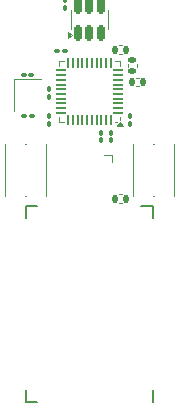
<source format=gbr>
%TF.GenerationSoftware,KiCad,Pcbnew,8.99.0-unknown-77b1d367df~178~ubuntu23.10.1*%
%TF.CreationDate,2024-11-14T21:45:02-05:00*%
%TF.ProjectId,nRF54L15Dongle,6e524635-344c-4313-9544-6f6e676c652e,rev?*%
%TF.SameCoordinates,Original*%
%TF.FileFunction,Legend,Top*%
%TF.FilePolarity,Positive*%
%FSLAX46Y46*%
G04 Gerber Fmt 4.6, Leading zero omitted, Abs format (unit mm)*
G04 Created by KiCad (PCBNEW 8.99.0-unknown-77b1d367df~178~ubuntu23.10.1) date 2024-11-14 21:45:02*
%MOMM*%
%LPD*%
G01*
G04 APERTURE LIST*
G04 Aperture macros list*
%AMRoundRect*
0 Rectangle with rounded corners*
0 $1 Rounding radius*
0 $2 $3 $4 $5 $6 $7 $8 $9 X,Y pos of 4 corners*
0 Add a 4 corners polygon primitive as box body*
4,1,4,$2,$3,$4,$5,$6,$7,$8,$9,$2,$3,0*
0 Add four circle primitives for the rounded corners*
1,1,$1+$1,$2,$3*
1,1,$1+$1,$4,$5*
1,1,$1+$1,$6,$7*
1,1,$1+$1,$8,$9*
0 Add four rect primitives between the rounded corners*
20,1,$1+$1,$2,$3,$4,$5,0*
20,1,$1+$1,$4,$5,$6,$7,0*
20,1,$1+$1,$6,$7,$8,$9,0*
20,1,$1+$1,$8,$9,$2,$3,0*%
G04 Aperture macros list end*
%ADD10C,0.150000*%
%ADD11C,0.120000*%
%ADD12C,0.400000*%
%ADD13R,0.400000X0.500000*%
%ADD14C,0.990600*%
%ADD15C,0.787400*%
%ADD16RoundRect,0.100000X0.130000X0.100000X-0.130000X0.100000X-0.130000X-0.100000X0.130000X-0.100000X0*%
%ADD17R,0.650000X1.050000*%
%ADD18RoundRect,0.150000X0.150000X-0.512500X0.150000X0.512500X-0.150000X0.512500X-0.150000X-0.512500X0*%
%ADD19RoundRect,0.100000X0.100000X-0.130000X0.100000X0.130000X-0.100000X0.130000X-0.100000X-0.130000X0*%
%ADD20RoundRect,0.100000X-0.100000X0.130000X-0.100000X-0.130000X0.100000X-0.130000X0.100000X0.130000X0*%
%ADD21RoundRect,0.140000X0.170000X-0.140000X0.170000X0.140000X-0.170000X0.140000X-0.170000X-0.140000X0*%
%ADD22RoundRect,0.100000X-0.130000X-0.100000X0.130000X-0.100000X0.130000X0.100000X-0.130000X0.100000X0*%
%ADD23R,0.380000X1.000000*%
%ADD24R,0.700000X1.150000*%
%ADD25R,0.800000X0.900000*%
%ADD26RoundRect,0.140000X-0.140000X-0.170000X0.140000X-0.170000X0.140000X0.170000X-0.140000X0.170000X0*%
%ADD27RoundRect,0.140000X0.140000X0.170000X-0.140000X0.170000X-0.140000X-0.170000X0.140000X-0.170000X0*%
%ADD28RoundRect,0.062500X0.350000X0.062500X-0.350000X0.062500X-0.350000X-0.062500X0.350000X-0.062500X0*%
%ADD29RoundRect,0.062500X0.062500X0.350000X-0.062500X0.350000X-0.062500X-0.350000X0.062500X-0.350000X0*%
%ADD30R,3.600000X3.600000*%
G04 APERTURE END LIST*
D10*
%TO.C,U4*%
X164600000Y-84600000D02*
X165600000Y-84600000D01*
X164600000Y-85600000D02*
X164600000Y-84600000D01*
X164600000Y-101200000D02*
X164600000Y-100200000D01*
X165600000Y-101200000D02*
X164600000Y-101200000D01*
X175400000Y-84600000D02*
X174400000Y-84600000D01*
X175400000Y-85600000D02*
X175400000Y-84600000D01*
X175400000Y-100200000D02*
X175400000Y-101200000D01*
D11*
%TO.C,J1*%
X171270000Y-80230000D02*
X171905000Y-80230000D01*
X171905000Y-80230000D02*
X171905000Y-80865000D01*
%TO.C,SW2*%
X162850000Y-79300000D02*
X162850000Y-83700000D01*
X164650000Y-79300000D02*
X164550000Y-79300000D01*
X164650000Y-83700000D02*
X164550000Y-83700000D01*
X166350000Y-83700000D02*
X166350000Y-79300000D01*
%TO.C,U3*%
X168440000Y-68800000D02*
X168440000Y-68000000D01*
X168440000Y-68800000D02*
X168440000Y-69600000D01*
X171560000Y-68800000D02*
X171560000Y-68000000D01*
X171560000Y-68800000D02*
X171560000Y-69600000D01*
X168490000Y-70100000D02*
X168160000Y-70340000D01*
X168160000Y-69860000D01*
X168490000Y-70100000D01*
G36*
X168490000Y-70100000D02*
G01*
X168160000Y-70340000D01*
X168160000Y-69860000D01*
X168490000Y-70100000D01*
G37*
%TO.C,C12*%
X173270000Y-72817836D02*
X173270000Y-72602164D01*
X173990000Y-72817836D02*
X173990000Y-72602164D01*
%TO.C,SW1*%
X173650000Y-79300000D02*
X173650000Y-83700000D01*
X175450000Y-79300000D02*
X175350000Y-79300000D01*
X175450000Y-83700000D02*
X175350000Y-83700000D01*
X177150000Y-83700000D02*
X177150000Y-79300000D01*
%TO.C,Y3*%
X163610000Y-73850000D02*
X163610000Y-76550000D01*
X165910000Y-73850000D02*
X163610000Y-73850000D01*
%TO.C,C1*%
X172532164Y-83600000D02*
X172747836Y-83600000D01*
X172532164Y-84320000D02*
X172747836Y-84320000D01*
%TO.C,C13*%
X172502164Y-70980000D02*
X172717836Y-70980000D01*
X172502164Y-71700000D02*
X172717836Y-71700000D01*
%TO.C,C17*%
X174187836Y-73720000D02*
X173972164Y-73720000D01*
X174187836Y-74440000D02*
X173972164Y-74440000D01*
%TO.C,U2*%
X167390000Y-72290000D02*
X167390000Y-72715000D01*
X167390000Y-77510000D02*
X167390000Y-77085000D01*
X167815000Y-72290000D02*
X167390000Y-72290000D01*
X167815000Y-77510000D02*
X167390000Y-77510000D01*
X172185000Y-72290000D02*
X172610000Y-72290000D01*
X172185000Y-77510000D02*
X172310000Y-77510000D01*
X172610000Y-72290000D02*
X172610000Y-72715000D01*
X172610000Y-77085000D02*
X172610000Y-77270000D01*
X172850000Y-77840000D02*
X172370000Y-77840000D01*
X172610000Y-77510000D01*
X172850000Y-77840000D01*
G36*
X172850000Y-77840000D02*
G01*
X172370000Y-77840000D01*
X172610000Y-77510000D01*
X172850000Y-77840000D01*
G37*
%TD*%
%LPC*%
D12*
%TO.C,U4*%
X174050000Y-92700000D03*
X174050000Y-90900000D03*
X174050000Y-85500000D03*
D13*
X174050000Y-85250000D03*
D12*
X173150000Y-92700000D03*
X173150000Y-91800000D03*
X173150000Y-90900000D03*
X173150000Y-90000000D03*
X173150000Y-89100000D03*
X173150000Y-88200000D03*
X173150000Y-87300000D03*
X173150000Y-86400000D03*
X173150000Y-85500000D03*
D13*
X173150000Y-85250000D03*
D12*
X172250000Y-86400000D03*
X172250000Y-85500000D03*
D13*
X172250000Y-85250000D03*
D12*
X171350000Y-92700000D03*
X171350000Y-86400000D03*
X171350000Y-85500000D03*
D13*
X171350000Y-85250000D03*
D12*
X170450000Y-92700000D03*
X170450000Y-86400000D03*
X170450000Y-85500000D03*
D13*
X170450000Y-85250000D03*
D12*
X169550000Y-92700000D03*
X169550000Y-86400000D03*
X169550000Y-85500000D03*
D13*
X169550000Y-85250000D03*
D12*
X168650000Y-91800000D03*
X168650000Y-86400000D03*
X168650000Y-85500000D03*
D13*
X168650000Y-85250000D03*
D12*
X167750000Y-91800000D03*
X167750000Y-86400000D03*
X167750000Y-85500000D03*
D13*
X167750000Y-85250000D03*
D12*
X166850000Y-91800000D03*
X166850000Y-90900000D03*
X166850000Y-90000000D03*
X166850000Y-89100000D03*
X166850000Y-88200000D03*
X166850000Y-87300000D03*
X166850000Y-86400000D03*
X166850000Y-85500000D03*
D13*
X166850000Y-85250000D03*
D12*
X165950000Y-91800000D03*
X165950000Y-90900000D03*
X165950000Y-90000000D03*
X165950000Y-89100000D03*
X165950000Y-88200000D03*
X165950000Y-87300000D03*
X165950000Y-86400000D03*
X165950000Y-85500000D03*
D13*
X165950000Y-85250000D03*
%TD*%
D14*
%TO.C,J1*%
X172540000Y-81500000D03*
X167460000Y-82516000D03*
X167460000Y-80484000D03*
D15*
X171270000Y-80865000D03*
X171270000Y-82135000D03*
X170000000Y-80865000D03*
X170000000Y-82135000D03*
X168730000Y-80865000D03*
X168730000Y-82135000D03*
%TD*%
D16*
%TO.C,C23*%
X165080000Y-73450000D03*
X164440000Y-73450000D03*
%TD*%
D17*
%TO.C,SW2*%
X163525000Y-83575000D03*
X163525000Y-79425000D03*
X165675000Y-83575000D03*
X165675000Y-79450000D03*
%TD*%
D18*
%TO.C,U3*%
X169050000Y-69937500D03*
X170000000Y-69937500D03*
X170950000Y-69937500D03*
X170950000Y-67662500D03*
X170000000Y-67662500D03*
X169050000Y-67662500D03*
%TD*%
D19*
%TO.C,C15*%
X166550000Y-75340000D03*
X166550000Y-74700000D03*
%TD*%
D20*
%TO.C,R1*%
X167900000Y-67180000D03*
X167900000Y-67820000D03*
%TD*%
D21*
%TO.C,C12*%
X173630000Y-73190000D03*
X173630000Y-72230000D03*
%TD*%
D20*
%TO.C,C20*%
X166550000Y-76980000D03*
X166550000Y-77620000D03*
%TD*%
D17*
%TO.C,SW1*%
X174325000Y-83575000D03*
X174325000Y-79425000D03*
X176475000Y-83575000D03*
X176475000Y-79450000D03*
%TD*%
D22*
%TO.C,C24*%
X164490000Y-76950000D03*
X165130000Y-76950000D03*
%TD*%
D20*
%TO.C,C18*%
X171800000Y-78380000D03*
X171800000Y-79020000D03*
%TD*%
D23*
%TO.C,P1*%
X167250000Y-64790000D03*
X167750000Y-64790000D03*
X168250000Y-64790000D03*
X168750000Y-64790000D03*
X169250000Y-64790000D03*
X169750000Y-64790000D03*
X170250000Y-64790000D03*
X170750000Y-64790000D03*
X171250000Y-64790000D03*
X171750000Y-64790000D03*
X172250000Y-64790000D03*
X172750000Y-64790000D03*
D24*
X166580000Y-65630000D03*
%TD*%
D20*
%TO.C,C14*%
X171000000Y-78375000D03*
X171000000Y-79015000D03*
%TD*%
D25*
%TO.C,Y3*%
X164210000Y-74500000D03*
X164210000Y-75900000D03*
X165310000Y-75900000D03*
X165310000Y-74500000D03*
%TD*%
D26*
%TO.C,C1*%
X172160000Y-83960000D03*
X173120000Y-83960000D03*
%TD*%
D16*
%TO.C,C19*%
X167920000Y-71440000D03*
X167280000Y-71440000D03*
%TD*%
D20*
%TO.C,C16*%
X173450000Y-76980000D03*
X173450000Y-77620000D03*
%TD*%
D26*
%TO.C,C13*%
X172130000Y-71340000D03*
X173090000Y-71340000D03*
%TD*%
D27*
%TO.C,C17*%
X174560000Y-74080000D03*
X173600000Y-74080000D03*
%TD*%
D28*
%TO.C,U2*%
X172437500Y-76700000D03*
X172437500Y-76300000D03*
X172437500Y-75900000D03*
X172437500Y-75500000D03*
X172437500Y-75100000D03*
X172437500Y-74700000D03*
X172437500Y-74300000D03*
X172437500Y-73900000D03*
X172437500Y-73500000D03*
X172437500Y-73100000D03*
D29*
X171800000Y-72462500D03*
X171400000Y-72462500D03*
X171000000Y-72462500D03*
X170600000Y-72462500D03*
X170200000Y-72462500D03*
X169800000Y-72462500D03*
X169400000Y-72462500D03*
X169000000Y-72462500D03*
X168600000Y-72462500D03*
X168200000Y-72462500D03*
D28*
X167562500Y-73100000D03*
X167562500Y-73500000D03*
X167562500Y-73900000D03*
X167562500Y-74300000D03*
X167562500Y-74700000D03*
X167562500Y-75100000D03*
X167562500Y-75500000D03*
X167562500Y-75900000D03*
X167562500Y-76300000D03*
X167562500Y-76700000D03*
D29*
X168200000Y-77337500D03*
X168600000Y-77337500D03*
X169000000Y-77337500D03*
X169400000Y-77337500D03*
X169800000Y-77337500D03*
X170200000Y-77337500D03*
X170600000Y-77337500D03*
X171000000Y-77337500D03*
X171400000Y-77337500D03*
X171800000Y-77337500D03*
D30*
X170000000Y-74900000D03*
%TD*%
D14*
%TO.C,J2*%
X172540000Y-81500000D03*
X167460000Y-82516000D03*
X167460000Y-80484000D03*
%TD*%
%LPD*%
M02*

</source>
